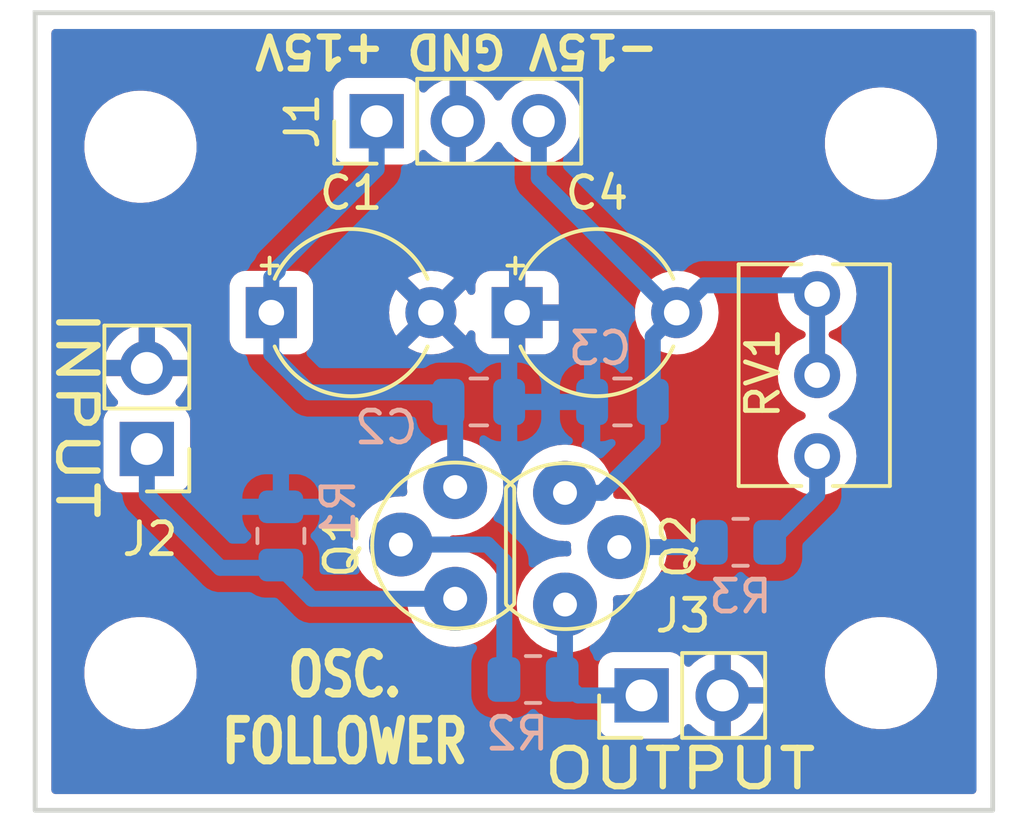
<source format=kicad_pcb>
(kicad_pcb (version 20221018) (generator pcbnew)
  (layers (0 "F.Cu" signal) (31 "B.Cu" signal) (36 "B.SilkS" user "B.Silkscreen") (37 "F.SilkS" user "F.Silkscreen") (38 "B.Mask" user) (39 "F.Mask" user) (44 "Edge.Cuts" user))
  (net 0 "")
  (net 1 "+15V")
  (net 2 "GND")
  (net 3 "-15V")
  (net 4 "Net-(J2-Pad1)")
  (net 5 "Net-(J3-Pad1)")
  (net 6 "Net-(Q1-Pad2)")
  (net 7 "Net-(Q2-Pad2)")
  (net 8 "Net-(R3-Pad2)")
  (footprint "MountingHole:MountingHole_2.5mm" (layer "F.Cu") (at 103.2 73.2)
    (fp_text reference "REF**" hide)
    (fp_text value "MountingHole_2.5mm")
    (pad "" np_thru_hole circle (at 0 0) (size 2.5 2.5) (drill 2.5) (layers "*.Cu" "*.Mask"))
  )
  (footprint "Connector_PinHeader_2.54mm:PinHeader_1x03_P2.54mm_Vertical" (layer "F.Cu") (at 110.6 72.4 90)
    (fp_text reference "J1" (at 0 -2.33 90) (layer "F.SilkS"))
    (fp_text value "Conn_01x03_Female")
    (fp_line (start -1.33 -1.33) (end 0 -1.33) (stroke (width 0.12)) (layer "F.SilkS"))
    (fp_line (start -1.33 0) (end -1.33 -1.33) (stroke (width 0.12)) (layer "F.SilkS"))
    (fp_line (start -1.33 1.27) (end -1.33 6.41) (stroke (width 0.12)) (layer "F.SilkS"))
    (fp_line (start -1.33 1.27) (end 1.33 1.27) (stroke (width 0.12)) (layer "F.SilkS"))
    (fp_line (start -1.33 6.41) (end 1.33 6.41) (stroke (width 0.12)) (layer "F.SilkS"))
    (fp_line (start 1.33 1.27) (end 1.33 6.41) (stroke (width 0.12)) (layer "F.SilkS"))
    (pad "1" thru_hole rect (at 0 0 90) (size 1.7 1.7) (drill 1) (layers "*.Cu" "*.Mask") (net 1 "+15V"))
    (pad "2" thru_hole oval (at 0 2.54 90) (size 1.7 1.7) (drill 1) (layers "*.Cu" "*.Mask") (net 2 "GND"))
    (pad "3" thru_hole oval (at 0 5.08 90) (size 1.7 1.7) (drill 1) (layers "*.Cu" "*.Mask") (net 3 "-15V"))
  )
  (footprint "Potentiometer_THT:Potentiometer_Bourns_3266Y_Vertical" (layer "F.Cu") (at 124.4 82.9 -90)
    (fp_text reference "RV1" (at -2.6 1.7 90) (layer "F.SilkS"))
    (fp_text value "100")
    (fp_line (start -6.015 -2.28) (end -6.015 -0.494) (stroke (width 0.12)) (layer "F.SilkS"))
    (fp_line (start -6.015 -2.28) (end 0.935 -2.28) (stroke (width 0.12)) (layer "F.SilkS"))
    (fp_line (start -6.015 0.496) (end -6.015 2.46) (stroke (width 0.12)) (layer "F.SilkS"))
    (fp_line (start -6.015 2.46) (end 0.935 2.46) (stroke (width 0.12)) (layer "F.SilkS"))
    (fp_line (start 0.935 -2.28) (end 0.935 -0.494) (stroke (width 0.12)) (layer "F.SilkS"))
    (fp_line (start 0.935 0.496) (end 0.935 2.46) (stroke (width 0.12)) (layer "F.SilkS"))
    (pad "1" thru_hole circle (at 0 0 270) (size 1.44 1.44) (drill 0.8) (layers "*.Cu" "*.Mask") (net 8 "Net-(R3-Pad2)"))
    (pad "2" thru_hole circle (at -2.54 0 270) (size 1.44 1.44) (drill 0.8) (layers "*.Cu" "*.Mask") (net 3 "-15V"))
    (pad "3" thru_hole circle (at -5.08 0 270) (size 1.44 1.44) (drill 0.8) (layers "*.Cu" "*.Mask") (net 3 "-15V"))
  )
  (footprint "Capacitor_THT:CP_Radial_Tantal_D5.0mm_P5.00mm" (layer "F.Cu") (at 115 78.4)
    (fp_text reference "C4" (at 2.5 -3.75) (layer "F.SilkS"))
    (fp_text value "22u")
    (fp_line (start -0.304775 -1.475) (end 0.195225 -1.475) (stroke (width 0.12)) (layer "F.SilkS"))
    (fp_line (start -0.054775 -1.725) (end -0.054775 -1.225) (stroke (width 0.12)) (layer "F.SilkS"))
    (fp_arc (start 0.104003 -1.06) (mid 2.5 -2.62) (end 4.895997 -1.06) (stroke (width 0.12)) (layer "F.SilkS"))
    (fp_arc (start 4.895997 1.06) (mid 2.5 2.62) (end 0.104003 1.06) (stroke (width 0.12)) (layer "F.SilkS"))
    (pad "1" thru_hole rect (at 0 0) (size 1.6 1.6) (drill 0.8) (layers "*.Cu" "*.Mask") (net 2 "GND"))
    (pad "2" thru_hole circle (at 5 0) (size 1.6 1.6) (drill 0.8) (layers "*.Cu" "*.Mask") (net 3 "-15V"))
  )
  (footprint "Capacitor_THT:CP_Radial_Tantal_D5.0mm_P5.00mm" (layer "F.Cu") (at 107.3 78.4)
    (fp_text reference "C1" (at 2.5 -3.75) (layer "F.SilkS"))
    (fp_text value "22u")
    (fp_line (start -0.304775 -1.475) (end 0.195225 -1.475) (stroke (width 0.12)) (layer "F.SilkS"))
    (fp_line (start -0.054775 -1.725) (end -0.054775 -1.225) (stroke (width 0.12)) (layer "F.SilkS"))
    (fp_arc (start 0.104003 -1.06) (mid 2.5 -2.62) (end 4.895997 -1.06) (stroke (width 0.12)) (layer "F.SilkS"))
    (fp_arc (start 4.895997 1.06) (mid 2.5 2.62) (end 0.104003 1.06) (stroke (width 0.12)) (layer "F.SilkS"))
    (pad "1" thru_hole rect (at 0 0) (size 1.6 1.6) (drill 0.8) (layers "*.Cu" "*.Mask") (net 1 "+15V"))
    (pad "2" thru_hole circle (at 5 0) (size 1.6 1.6) (drill 0.8) (layers "*.Cu" "*.Mask") (net 2 "GND"))
  )
  (footprint "MountingHole:MountingHole_2.5mm" (layer "F.Cu") (at 126.4 89.7)
    (fp_text reference "REF**" hide)
    (fp_text value "MountingHole_2.5mm")
    (pad "" np_thru_hole circle (at 0 0) (size 2.5 2.5) (drill 2.5) (layers "*.Cu" "*.Mask"))
  )
  (footprint "MountingHole:MountingHole_2.5mm" (layer "F.Cu") (at 103.2 89.7)
    (fp_text reference "REF**" hide)
    (fp_text value "MountingHole_2.5mm")
    (pad "" np_thru_hole circle (at 0 0) (size 2.5 2.5) (drill 2.5) (layers "*.Cu" "*.Mask"))
  )
  (footprint "Tranzystory:TO-92" (layer "F.Cu") (at 113.06 86.97 90)
    (fp_text reference "Q1" (at 1.27 -3.56 270) (layer "F.SilkS"))
    (fp_text value "BF245A")
    (fp_line (start -0.53 1.85) (end 3.07 1.85) (stroke (width 0.12)) (layer "F.SilkS"))
    (fp_arc (start -0.568478 1.838478) (mid -1.132087 -0.994977) (end 1.27 -2.6) (stroke (width 0.12)) (layer "F.SilkS"))
    (fp_arc (start 1.27 -2.6) (mid 3.672087 -0.994977) (end 3.108478 1.838478) (stroke (width 0.12)) (layer "F.SilkS"))
    (pad "1" thru_hole circle (at -0.4 0 90) (size 2 2) (drill 0.75) (layers "*.Cu" "*.Mask") (net 4 "Net-(J2-Pad1)"))
    (pad "2" thru_hole circle (at 1.3 -1.7 90) (size 2 2) (drill 0.75) (layers "*.Cu" "*.Mask") (net 6 "Net-(Q1-Pad2)"))
    (pad "3" thru_hole circle (at 3.1 0 90) (size 2 2) (drill 0.75) (layers "*.Cu" "*.Mask") (net 1 "+15V"))
  )
  (footprint "MountingHole:MountingHole_2.5mm" (layer "F.Cu") (at 126.4 73.1)
    (fp_text reference "REF**" hide)
    (fp_text value "MountingHole_2.5mm")
    (pad "" np_thru_hole circle (at 0 0) (size 2.5 2.5) (drill 2.5) (layers "*.Cu" "*.Mask"))
  )
  (footprint "Connector_PinHeader_2.54mm:PinHeader_1x02_P2.54mm_Vertical" (layer "F.Cu") (at 103.4 82.675 180)
    (fp_text reference "J2" (at -0.1 -2.825) (layer "F.SilkS"))
    (fp_text value "Conn_01x02_Female")
    (fp_line (start -1.33 -1.33) (end 0 -1.33) (stroke (width 0.12)) (layer "F.SilkS"))
    (fp_line (start -1.33 0) (end -1.33 -1.33) (stroke (width 0.12)) (layer "F.SilkS"))
    (fp_line (start -1.33 1.27) (end -1.33 3.87) (stroke (width 0.12)) (layer "F.SilkS"))
    (fp_line (start -1.33 1.27) (end 1.33 1.27) (stroke (width 0.12)) (layer "F.SilkS"))
    (fp_line (start -1.33 3.87) (end 1.33 3.87) (stroke (width 0.12)) (layer "F.SilkS"))
    (fp_line (start 1.33 1.27) (end 1.33 3.87) (stroke (width 0.12)) (layer "F.SilkS"))
    (pad "1" thru_hole rect (at 0 0 180) (size 1.7 1.7) (drill 1) (layers "*.Cu" "*.Mask") (net 4 "Net-(J2-Pad1)"))
    (pad "2" thru_hole oval (at 0 2.54 180) (size 1.7 1.7) (drill 1) (layers "*.Cu" "*.Mask") (net 2 "GND"))
  )
  (footprint "Tranzystory:TO-92" (layer "F.Cu") (at 116.5 84.45 -90)
    (fp_text reference "Q2" (at 1.27 -3.56 90) (layer "F.SilkS"))
    (fp_text value "BF245A")
    (fp_line (start -0.53 1.85) (end 3.07 1.85) (stroke (width 0.12)) (layer "F.SilkS"))
    (fp_arc (start -0.568478 1.838478) (mid -1.132087 -0.994977) (end 1.27 -2.6) (stroke (width 0.12)) (layer "F.SilkS"))
    (fp_arc (start 1.27 -2.6) (mid 3.672087 -0.994977) (end 3.108478 1.838478) (stroke (width 0.12)) (layer "F.SilkS"))
    (pad "1" thru_hole circle (at -0.4 0 270) (size 2 2) (drill 0.75) (layers "*.Cu" "*.Mask") (net 3 "-15V"))
    (pad "2" thru_hole circle (at 1.3 -1.7 270) (size 2 2) (drill 0.75) (layers "*.Cu" "*.Mask") (net 7 "Net-(Q2-Pad2)"))
    (pad "3" thru_hole circle (at 3.1 0 270) (size 2 2) (drill 0.75) (layers "*.Cu" "*.Mask") (net 5 "Net-(J3-Pad1)"))
  )
  (footprint "Connector_PinHeader_2.54mm:PinHeader_1x02_P2.54mm_Vertical" (layer "F.Cu") (at 118.9 90.4 90)
    (fp_text reference "J3" (at 2.5 1.3 180) (layer "F.SilkS"))
    (fp_text value "Conn_01x02_Female")
    (fp_line (start -1.33 -1.33) (end 0 -1.33) (stroke (width 0.12)) (layer "F.SilkS"))
    (fp_line (start -1.33 0) (end -1.33 -1.33) (stroke (width 0.12)) (layer "F.SilkS"))
    (fp_line (start -1.33 1.27) (end -1.33 3.87) (stroke (width 0.12)) (layer "F.SilkS"))
    (fp_line (start -1.33 1.27) (end 1.33 1.27) (stroke (width 0.12)) (layer "F.SilkS"))
    (fp_line (start -1.33 3.87) (end 1.33 3.87) (stroke (width 0.12)) (layer "F.SilkS"))
    (fp_line (start 1.33 1.27) (end 1.33 3.87) (stroke (width 0.12)) (layer "F.SilkS"))
    (pad "1" thru_hole rect (at 0 0 90) (size 1.7 1.7) (drill 1) (layers "*.Cu" "*.Mask") (net 5 "Net-(J3-Pad1)"))
    (pad "2" thru_hole oval (at 0 2.54 90) (size 1.7 1.7) (drill 1) (layers "*.Cu" "*.Mask") (net 2 "GND"))
  )
  (footprint "Resistor_SMD:R_0805_2012Metric" (layer "B.Cu") (at 122 85.6)
    (fp_text reference "R3" (at 0 1.7) (layer "B.SilkS") (effects (justify mirror)))
    (fp_text value "51")
    (fp_line (start -0.227064 -0.735) (end 0.227064 -0.735) (stroke (width 0.12)) (layer "B.SilkS"))
    (fp_line (start -0.227064 0.735) (end 0.227064 0.735) (stroke (width 0.12)) (layer "B.SilkS"))
    (pad "1" smd roundrect (at -0.9125 0) (size 1.025 1.4) (layers "B.Cu" "B.Paste" "B.Mask") (roundrect_rratio 0.243902439) (net 7 "Net-(Q2-Pad2)"))
    (pad "2" smd roundrect (at 0.9125 0) (size 1.025 1.4) (layers "B.Cu" "B.Paste" "B.Mask") (roundrect_rratio 0.243902439) (net 8 "Net-(R3-Pad2)"))
  )
  (footprint "Resistor_SMD:R_0805_2012Metric" (layer "B.Cu") (at 115.5 89.9)
    (fp_text reference "R2" (at -0.5 1.7) (layer "B.SilkS") (effects (justify mirror)))
    (fp_text value "51")
    (fp_line (start -0.227064 -0.735) (end 0.227064 -0.735) (stroke (width 0.12)) (layer "B.SilkS"))
    (fp_line (start -0.227064 0.735) (end 0.227064 0.735) (stroke (width 0.12)) (layer "B.SilkS"))
    (pad "1" smd roundrect (at -0.9125 0) (size 1.025 1.4) (layers "B.Cu" "B.Paste" "B.Mask") (roundrect_rratio 0.243902439) (net 6 "Net-(Q1-Pad2)"))
    (pad "2" smd roundrect (at 0.9125 0) (size 1.025 1.4) (layers "B.Cu" "B.Paste" "B.Mask") (roundrect_rratio 0.243902439) (net 5 "Net-(J3-Pad1)"))
  )
  (footprint "Resistor_SMD:R_0805_2012Metric" (layer "B.Cu") (at 107.6 85.4 90)
    (fp_text reference "R1" (at 0.8 1.8 90) (layer "B.SilkS") (effects (justify mirror)))
    (fp_text value "1M")
    (fp_line (start -0.227064 -0.735) (end 0.227064 -0.735) (stroke (width 0.12)) (layer "B.SilkS"))
    (fp_line (start -0.227064 0.735) (end 0.227064 0.735) (stroke (width 0.12)) (layer "B.SilkS"))
    (pad "1" smd roundrect (at -0.9125 0 90) (size 1.025 1.4) (layers "B.Cu" "B.Paste" "B.Mask") (roundrect_rratio 0.243902439) (net 4 "Net-(J2-Pad1)"))
    (pad "2" smd roundrect (at 0.9125 0 90) (size 1.025 1.4) (layers "B.Cu" "B.Paste" "B.Mask") (roundrect_rratio 0.243902439) (net 2 "GND"))
  )
  (footprint "Capacitor_SMD:C_0805_2012Metric" (layer "B.Cu") (at 113.8 81.2)
    (fp_text reference "C2" (at -2.9 0.8) (layer "B.SilkS") (effects (justify mirror)))
    (fp_text value "0.1u")
    (fp_line (start -0.261252 -0.735) (end 0.261252 -0.735) (stroke (width 0.12)) (layer "B.SilkS"))
    (fp_line (start -0.261252 0.735) (end 0.261252 0.735) (stroke (width 0.12)) (layer "B.SilkS"))
    (pad "1" smd roundrect (at -0.95 0) (size 1 1.45) (layers "B.Cu" "B.Paste" "B.Mask") (net 1 "+15V"))
    (pad "2" smd roundrect (at 0.95 0) (size 1 1.45) (layers "B.Cu" "B.Paste" "B.Mask") (net 2 "GND"))
  )
  (footprint "Capacitor_SMD:C_0805_2012Metric" (layer "B.Cu") (at 118.3 81.2 180)
    (fp_text reference "C3" (at 0.7 1.68) (layer "B.SilkS") (effects (justify mirror)))
    (fp_text value "0.1u")
    (fp_line (start -0.261252 -0.735) (end 0.261252 -0.735) (stroke (width 0.12)) (layer "B.SilkS"))
    (fp_line (start -0.261252 0.735) (end 0.261252 0.735) (stroke (width 0.12)) (layer "B.SilkS"))
    (pad "1" smd roundrect (at -0.95 0 180) (size 1 1.45) (layers "B.Cu" "B.Paste" "B.Mask") (net 3 "-15V"))
    (pad "2" smd roundrect (at 0.95 0 180) (size 1 1.45) (layers "B.Cu" "B.Paste" "B.Mask") (net 2 "GND"))
  )
  (gr_rect (start 99.9 69) (end 129.9 94) (stroke (width 0.15)) (fill none) (layer "Edge.Cuts"))
  (gr_text "INPUT" (at 101.2 81.6 270) (layer "F.SilkS") (effects (font (size 1.2 1.5) (thickness 0.2))))
  (gr_text "OSC.\nFOLLOWER" (at 109.6 90.8) (layer "F.SilkS") (effects (font (size 1.3 1) (thickness 0.25))))
  (gr_text "OUTPUT" (at 120.1 92.7) (layer "F.SilkS") (effects (font (size 1.2 1.5) (thickness 0.2))))
  (gr_text "-15V GND +15V" (at 113.1 70.2 180) (layer "F.SilkS") (effects (font (size 1 1) (thickness 0.2))))
  (segment (start 112.35 80.9) (end 113.06 81.61) (width 0.5) (layer "B.Cu") (net 1))
  (segment (start 108.5 80.9) (end 112.35 80.9) (width 0.5) (layer "B.Cu") (net 1))
  (segment (start 113.06 81.61) (end 113.06 83.87) (width 0.5) (layer "B.Cu") (net 1))
  (segment (start 110.6 73.9) (end 107.5 77) (width 0.5) (layer "B.Cu") (net 1))
  (segment (start 107.3 77.3) (end 107.3 78.4) (width 0.5) (layer "B.Cu") (net 1))
  (segment (start 107.5 77.1) (end 107.3 77.3) (width 0.5) (layer "B.Cu") (net 1))
  (segment (start 107.3 79.7) (end 108.5 80.9) (width 0.5) (layer "B.Cu") (net 1))
  (segment (start 107.5 77) (end 107.5 77.1) (width 0.5) (layer "B.Cu") (net 1))
  (segment (start 110.6 72.4) (end 110.6 73.9) (width 0.5) (layer "B.Cu") (net 1))
  (segment (start 107.3 78.4) (end 107.3 79.7) (width 0.5) (layer "B.Cu") (net 1))
  (segment (start 114.85 78.55) (end 115 78.4) (width 0.5) (layer "B.Cu") (net 2))
  (segment (start 119.25 79.15) (end 120 78.4) (width 0.5) (layer "B.Cu") (net 3))
  (segment (start 120 78.4) (end 120.855 77.545) (width 0.5) (layer "B.Cu") (net 3))
  (segment (start 124.125 77.545) (end 124.4 77.82) (width 0.5) (layer "B.Cu") (net 3))
  (segment (start 117.65 84.05) (end 119.25 82.45) (width 0.5) (layer "B.Cu") (net 3))
  (segment (start 119.25 82.45) (end 119.25 79.15) (width 0.5) (layer "B.Cu") (net 3))
  (segment (start 116.54 84.05) (end 117.65 84.05) (width 0.5) (layer "B.Cu") (net 3))
  (segment (start 124.4 77.82) (end 124.4 80.36) (width 0.5) (layer "B.Cu") (net 3))
  (segment (start 119.9 78.4) (end 120 78.4) (width 0.5) (layer "B.Cu") (net 3))
  (segment (start 115.68 72.4) (end 115.68 74.18) (width 0.5) (layer "B.Cu") (net 3))
  (segment (start 115.68 74.18) (end 119.9 78.4) (width 0.5) (layer "B.Cu") (net 3))
  (segment (start 120.855 77.545) (end 124.125 77.545) (width 0.5) (layer "B.Cu") (net 3))
  (segment (start 105.7 86.4) (end 107.5125 86.4) (width 0.5) (layer "B.Cu") (net 4))
  (segment (start 103.4 84.1) (end 105.7 86.4) (width 0.5) (layer "B.Cu") (net 4))
  (segment (start 103.4 82.675) (end 103.4 84.1) (width 0.5) (layer "B.Cu") (net 4))
  (segment (start 108.57 87.37) (end 113.06 87.37) (width 0.5) (layer "B.Cu") (net 4))
  (segment (start 107.6 86.4) (end 108.57 87.37) (width 0.5) (layer "B.Cu") (net 4))
  (segment (start 107.5125 86.4) (end 107.6 86.3125) (width 0.5) (layer "B.Cu") (net 4))
  (segment (start 107.6 86.3125) (end 107.6 86.4) (width 0.5) (layer "B.Cu") (net 4))
  (segment (start 116.5 87.55) (end 116.5 89.8125) (width 0.5) (layer "B.Cu") (net 5))
  (segment (start 116.4125 89.9) (end 116.9125 90.4) (width 0.5) (layer "B.Cu") (net 5))
  (segment (start 116.5 89.8125) (end 116.4125 89.9) (width 0.5) (layer "B.Cu") (net 5))
  (segment (start 116.9125 90.4) (end 118.9 90.4) (width 0.5) (layer "B.Cu") (net 5))
  (segment (start 114.6 86.2) (end 114.6 89.8875) (width 0.5) (layer "B.Cu") (net 6))
  (segment (start 114.6 89.8875) (end 114.5875 89.9) (width 0.5) (layer "B.Cu") (net 6))
  (segment (start 111.36 85.67) (end 114.07 85.67) (width 0.5) (layer "B.Cu") (net 6))
  (segment (start 114.07 85.67) (end 114.6 86.2) (width 0.5) (layer "B.Cu") (net 6))
  (segment (start 114.5875 89.9) (end 114.5875 90.2) (width 0.5) (layer "B.Cu") (net 6))
  (segment (start 120.9375 85.75) (end 121.0875 85.6) (width 0.5) (layer "B.Cu") (net 7))
  (segment (start 118.24 85.75) (end 120.9375 85.75) (width 0.5) (layer "B.Cu") (net 7))
  (segment (start 124.4 84.1125) (end 122.9125 85.6) (width 0.5) (layer "B.Cu") (net 8))
  (segment (start 124.4 82.9) (end 124.4 84.1125) (width 0.5) (layer "B.Cu") (net 8))
  (zone (net 2) (net_name "GND") (layers "F&B.Cu") (connect_pads (clearance 0.508)) (min_thickness 0.254) (fill yes (thermal_gap 0.508) (thermal_bridge_width 0.508) (smoothing fillet))
    (polygon (pts (xy 130.9 94.3) (xy 98.8 94.3) (xy 98.8 68.6) (xy 130.9 68.6)))
  )
)
</source>
